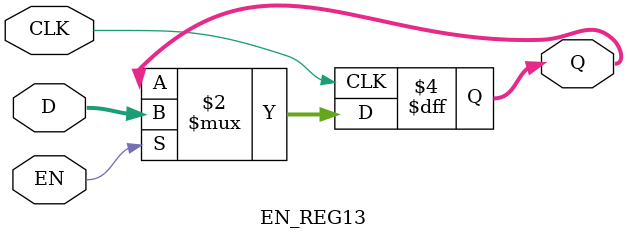
<source format=v>
/*	EN_REG13	*/
module	EN_REG13	( D, Q, EN, CLK );
input	[12:0]	D;
input		EN, CLK;
output	[12:0]	Q;
reg	[12:0]	Q;

	always	@( posedge CLK )
		if ( EN )
			Q <= D;
endmodule

</source>
